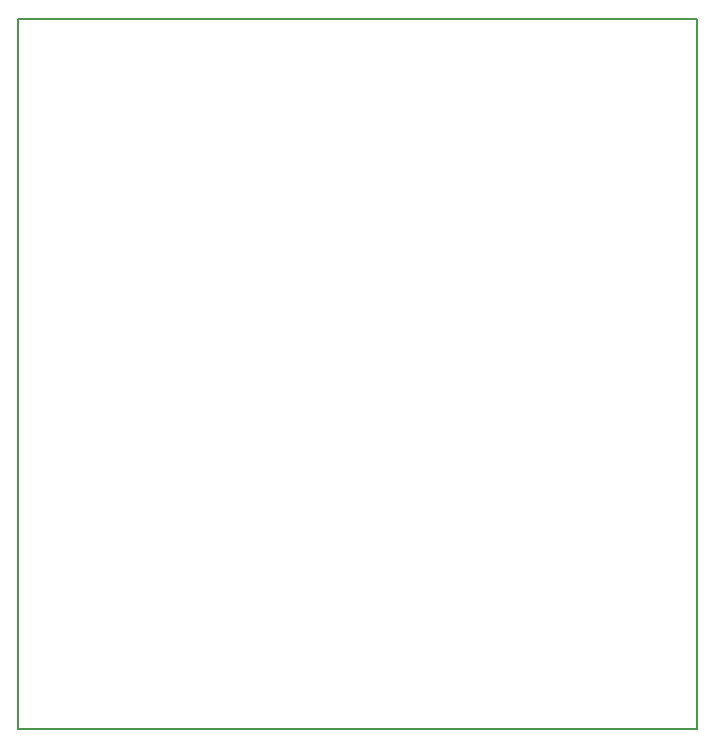
<source format=gbr>
%TF.GenerationSoftware,KiCad,Pcbnew,9.0.6*%
%TF.CreationDate,2025-11-23T12:16:46-08:00*%
%TF.ProjectId,CurrentTransformer,43757272-656e-4745-9472-616e73666f72,rev?*%
%TF.SameCoordinates,Original*%
%TF.FileFunction,Profile,NP*%
%FSLAX46Y46*%
G04 Gerber Fmt 4.6, Leading zero omitted, Abs format (unit mm)*
G04 Created by KiCad (PCBNEW 9.0.6) date 2025-11-23 12:16:46*
%MOMM*%
%LPD*%
G01*
G04 APERTURE LIST*
%TA.AperFunction,Profile*%
%ADD10C,0.200000*%
%TD*%
G04 APERTURE END LIST*
D10*
X153000000Y-61636339D02*
X210500000Y-61636339D01*
X210500000Y-121750000D01*
X153000000Y-121750000D01*
X153000000Y-61636339D01*
M02*

</source>
